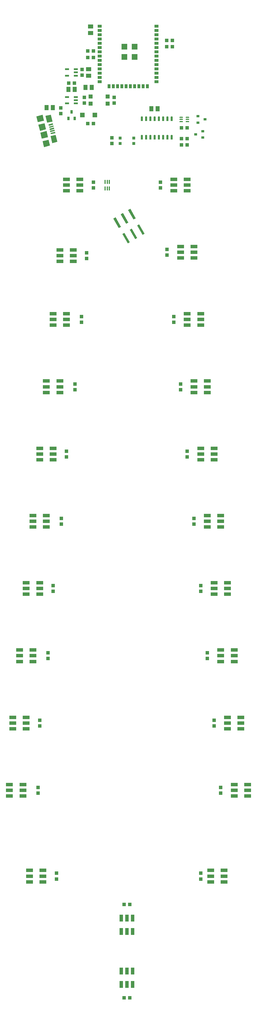
<source format=gbr>
G04 EAGLE Gerber RS-274X export*
G75*
%MOMM*%
%FSLAX34Y34*%
%LPD*%
%INSolderpaste Top*%
%IPPOS*%
%AMOC8*
5,1,8,0,0,1.08239X$1,22.5*%
G01*
%ADD10R,1.000000X1.100000*%
%ADD11R,2.000000X1.100000*%
%ADD12R,1.100000X2.000000*%
%ADD13R,1.100000X1.000000*%
%ADD14R,1.500000X1.240000*%
%ADD15R,1.075000X1.000000*%
%ADD16R,1.240000X1.500000*%
%ADD17R,1.200000X0.550000*%
%ADD18R,1.400000X1.400000*%
%ADD19R,1.200000X1.200000*%
%ADD20R,1.000000X1.075000*%
%ADD21R,0.900000X0.900000*%
%ADD22R,0.900000X0.800000*%
%ADD23R,1.200000X0.900000*%
%ADD24R,0.900000X1.200000*%
%ADD25R,1.778000X1.778000*%
%ADD26R,0.635000X1.016000*%
%ADD27R,0.400000X1.350000*%
%ADD28R,2.100000X1.600000*%
%ADD29R,1.900000X1.900000*%
%ADD30R,1.800000X1.900000*%
%ADD31C,0.155000*%
%ADD32C,0.195000*%
%ADD33R,0.736600X3.251200*%
%ADD34R,0.355600X1.168400*%


D10*
X260000Y-2091500D03*
X260000Y-2108500D03*
X-260000Y-2091500D03*
X-260000Y-2108500D03*
X240000Y-1891500D03*
X240000Y-1908500D03*
X-235000Y-1891500D03*
X-235000Y-1908500D03*
X220000Y-1691500D03*
X220000Y-1708500D03*
X-220000Y-1691500D03*
X-220000Y-1708500D03*
X200000Y-1491500D03*
X200000Y-1508500D03*
X-155000Y-1091500D03*
X-155000Y-1108500D03*
X-195000Y-1491500D03*
X-195000Y-1508500D03*
X180000Y-1291500D03*
X180000Y-1308500D03*
X-180000Y-1291500D03*
X-180000Y-1308500D03*
X160000Y-1091500D03*
X160000Y-1108500D03*
X140000Y-891500D03*
X140000Y-908500D03*
X-135000Y-891500D03*
X-135000Y-908500D03*
X120000Y-691500D03*
X120000Y-708500D03*
X-120000Y-701500D03*
X-120000Y-718500D03*
X100000Y-491500D03*
X100000Y-508500D03*
X-100000Y-491500D03*
X-100000Y-508500D03*
D11*
X-180000Y-483000D03*
X-180000Y-500000D03*
X-180000Y-517000D03*
X-140000Y-517000D03*
X-140000Y-500000D03*
X-140000Y-483000D03*
X220000Y-1283000D03*
X220000Y-1300000D03*
X220000Y-1317000D03*
X260000Y-1317000D03*
X260000Y-1300000D03*
X260000Y-1283000D03*
X-280000Y-1483000D03*
X-280000Y-1500000D03*
X-280000Y-1517000D03*
X-240000Y-1517000D03*
X-240000Y-1500000D03*
X-240000Y-1483000D03*
X240000Y-1483000D03*
X240000Y-1500000D03*
X240000Y-1517000D03*
X280000Y-1517000D03*
X280000Y-1500000D03*
X280000Y-1483000D03*
X-300000Y-1683000D03*
X-300000Y-1700000D03*
X-300000Y-1717000D03*
X-260000Y-1717000D03*
X-260000Y-1700000D03*
X-260000Y-1683000D03*
X260000Y-1683000D03*
X260000Y-1700000D03*
X260000Y-1717000D03*
X300000Y-1717000D03*
X300000Y-1700000D03*
X300000Y-1683000D03*
X-320000Y-1883000D03*
X-320000Y-1900000D03*
X-320000Y-1917000D03*
X-280000Y-1917000D03*
X-280000Y-1900000D03*
X-280000Y-1883000D03*
X280000Y-1883000D03*
X280000Y-1900000D03*
X280000Y-1917000D03*
X320000Y-1917000D03*
X320000Y-1900000D03*
X320000Y-1883000D03*
X-340000Y-2083000D03*
X-340000Y-2100000D03*
X-340000Y-2117000D03*
X-300000Y-2117000D03*
X-300000Y-2100000D03*
X-300000Y-2083000D03*
X300000Y-2083000D03*
X300000Y-2100000D03*
X300000Y-2117000D03*
X340000Y-2117000D03*
X340000Y-2100000D03*
X340000Y-2083000D03*
X-350000Y-2283000D03*
X-350000Y-2300000D03*
X-350000Y-2317000D03*
X-310000Y-2317000D03*
X-310000Y-2300000D03*
X-310000Y-2283000D03*
X140000Y-483000D03*
X140000Y-500000D03*
X140000Y-517000D03*
X180000Y-517000D03*
X180000Y-500000D03*
X180000Y-483000D03*
X320000Y-2283000D03*
X320000Y-2300000D03*
X320000Y-2317000D03*
X360000Y-2317000D03*
X360000Y-2300000D03*
X360000Y-2283000D03*
X-290000Y-2538400D03*
X-290000Y-2555400D03*
X-290000Y-2572400D03*
X-250000Y-2572400D03*
X-250000Y-2555400D03*
X-250000Y-2538400D03*
X250000Y-2538400D03*
X250000Y-2555400D03*
X250000Y-2572400D03*
X290000Y-2572400D03*
X290000Y-2555400D03*
X290000Y-2538400D03*
D12*
X-17000Y-2720000D03*
X0Y-2720000D03*
X17000Y-2720000D03*
X17000Y-2680000D03*
X0Y-2680000D03*
X-17000Y-2680000D03*
X-17000Y-2877700D03*
X0Y-2877700D03*
X17000Y-2877700D03*
X17000Y-2837700D03*
X0Y-2837700D03*
X-17000Y-2837700D03*
D11*
X-200000Y-693000D03*
X-200000Y-710000D03*
X-200000Y-727000D03*
X-160000Y-727000D03*
X-160000Y-710000D03*
X-160000Y-693000D03*
X160000Y-683000D03*
X160000Y-700000D03*
X160000Y-717000D03*
X200000Y-717000D03*
X200000Y-700000D03*
X200000Y-683000D03*
X-220000Y-883000D03*
X-220000Y-900000D03*
X-220000Y-917000D03*
X-180000Y-917000D03*
X-180000Y-900000D03*
X-180000Y-883000D03*
X180000Y-883000D03*
X180000Y-900000D03*
X180000Y-917000D03*
X220000Y-917000D03*
X220000Y-900000D03*
X220000Y-883000D03*
X-240000Y-1083000D03*
X-240000Y-1100000D03*
X-240000Y-1117000D03*
X-200000Y-1117000D03*
X-200000Y-1100000D03*
X-200000Y-1083000D03*
X200000Y-1083000D03*
X200000Y-1100000D03*
X200000Y-1117000D03*
X240000Y-1117000D03*
X240000Y-1100000D03*
X240000Y-1083000D03*
X-260000Y-1283000D03*
X-260000Y-1300000D03*
X-260000Y-1317000D03*
X-220000Y-1317000D03*
X-220000Y-1300000D03*
X-220000Y-1283000D03*
D10*
X-265000Y-2291500D03*
X-265000Y-2308500D03*
X280000Y-2291500D03*
X280000Y-2308500D03*
X-210000Y-2546900D03*
X-210000Y-2563900D03*
X220000Y-2546900D03*
X220000Y-2563900D03*
D13*
X-8500Y-2640000D03*
X8500Y-2640000D03*
X-8500Y-2917700D03*
X8500Y-2917700D03*
D14*
X-114300Y-174600D03*
X-114300Y-155600D03*
D15*
X-173600Y-196850D03*
X-156600Y-196850D03*
D16*
X-104800Y-209550D03*
X-123800Y-209550D03*
D17*
X-152099Y-174600D03*
X-152099Y-165100D03*
X-152099Y-155600D03*
X-178101Y-155600D03*
X-178101Y-174600D03*
D18*
X-132800Y-292100D03*
X-95800Y-292100D03*
D17*
X-152099Y-257150D03*
X-152099Y-247650D03*
X-152099Y-238150D03*
X-178101Y-238150D03*
X-178101Y-257150D03*
D19*
X-107950Y-237150D03*
X-107950Y-258150D03*
D20*
X-127000Y-239150D03*
X-127000Y-256150D03*
D16*
X-174600Y-215900D03*
X-155600Y-215900D03*
D21*
X-20500Y-376300D03*
X-20500Y-360300D03*
X20500Y-360300D03*
X20500Y-376300D03*
D19*
X-57150Y-237150D03*
X-57150Y-258150D03*
D20*
X-38100Y-239150D03*
X-38100Y-256150D03*
D16*
X92050Y-273050D03*
X73050Y-273050D03*
D22*
X204900Y-349250D03*
X225900Y-339750D03*
X225900Y-358750D03*
X233250Y-304800D03*
X212250Y-314300D03*
X212250Y-295300D03*
D20*
X-133350Y-156600D03*
X-133350Y-173600D03*
D14*
X-107950Y-47600D03*
X-107950Y-28600D03*
D23*
X-81380Y-27570D03*
X-81380Y-40270D03*
X-81380Y-52970D03*
X-81380Y-65670D03*
X-81380Y-78370D03*
X-81380Y-91070D03*
X-81380Y-103770D03*
X-81380Y-116470D03*
X-81380Y-129170D03*
X-81380Y-141870D03*
X-81380Y-154570D03*
X-81380Y-167270D03*
X-81380Y-179970D03*
X-81380Y-192670D03*
D24*
X-53380Y-206570D03*
X-40680Y-206570D03*
X-27980Y-206570D03*
X-15280Y-206570D03*
X-2580Y-206570D03*
X10120Y-206570D03*
X22820Y-206570D03*
X35520Y-206570D03*
X48220Y-206570D03*
X60920Y-206570D03*
D23*
X88620Y-192670D03*
X88620Y-179970D03*
X88620Y-167270D03*
X88620Y-154570D03*
X88620Y-141870D03*
X88620Y-129170D03*
X88620Y-116470D03*
X88620Y-103770D03*
X88620Y-91070D03*
X88620Y-78370D03*
X88620Y-65670D03*
X88620Y-52970D03*
X88620Y-40270D03*
X88620Y-27570D03*
D25*
X-7810Y-89000D03*
X22670Y-89000D03*
X22670Y-119480D03*
X-7810Y-119480D03*
D26*
X-165100Y-282100D03*
X-155600Y-302100D03*
X-174600Y-302100D03*
D15*
X-99450Y-317500D03*
X-116450Y-317500D03*
X-99450Y-101600D03*
X-116450Y-101600D03*
X-116450Y-120650D03*
X-99450Y-120650D03*
D20*
X-44450Y-359800D03*
X-44450Y-376800D03*
X-196850Y-287900D03*
X-196850Y-270900D03*
D27*
G36*
X-229585Y-336313D02*
X-230553Y-332433D01*
X-217455Y-329167D01*
X-216487Y-333047D01*
X-229585Y-336313D01*
G37*
G36*
X-231157Y-330006D02*
X-232125Y-326126D01*
X-219027Y-322860D01*
X-218059Y-326740D01*
X-231157Y-330006D01*
G37*
G36*
X-228013Y-342620D02*
X-228981Y-338740D01*
X-215883Y-335474D01*
X-214915Y-339354D01*
X-228013Y-342620D01*
G37*
G36*
X-232730Y-323699D02*
X-233698Y-319819D01*
X-220600Y-316553D01*
X-219632Y-320433D01*
X-232730Y-323699D01*
G37*
G36*
X-226440Y-348927D02*
X-227408Y-345047D01*
X-214310Y-341781D01*
X-213342Y-345661D01*
X-226440Y-348927D01*
G37*
D28*
G36*
X-237454Y-315086D02*
X-242534Y-294711D01*
X-227010Y-290840D01*
X-221930Y-311215D01*
X-237454Y-315086D01*
G37*
G36*
X-222455Y-375245D02*
X-227535Y-354870D01*
X-212011Y-350999D01*
X-206931Y-371374D01*
X-222455Y-375245D01*
G37*
D29*
G36*
X-259297Y-339084D02*
X-263894Y-320649D01*
X-245459Y-316052D01*
X-240862Y-334487D01*
X-259297Y-339084D01*
G37*
G36*
X-253491Y-362371D02*
X-258088Y-343936D01*
X-239653Y-339339D01*
X-235056Y-357774D01*
X-253491Y-362371D01*
G37*
D30*
G36*
X-265708Y-313370D02*
X-270063Y-295906D01*
X-251628Y-291310D01*
X-247273Y-308774D01*
X-265708Y-313370D01*
G37*
G36*
X-247322Y-387113D02*
X-251677Y-369649D01*
X-233242Y-365053D01*
X-228887Y-382517D01*
X-247322Y-387113D01*
G37*
D15*
X179950Y-330200D03*
X162950Y-330200D03*
X162950Y-361950D03*
X179950Y-361950D03*
X162950Y-381000D03*
X179950Y-381000D03*
D31*
X131025Y-308475D02*
X131025Y-296925D01*
X135675Y-296925D01*
X135675Y-308475D01*
X131025Y-308475D01*
X131025Y-307003D02*
X135675Y-307003D01*
X135675Y-305531D02*
X131025Y-305531D01*
X131025Y-304059D02*
X135675Y-304059D01*
X135675Y-302587D02*
X131025Y-302587D01*
X131025Y-301115D02*
X135675Y-301115D01*
X135675Y-299643D02*
X131025Y-299643D01*
X131025Y-298171D02*
X135675Y-298171D01*
X118325Y-296925D02*
X118325Y-308475D01*
X118325Y-296925D02*
X122975Y-296925D01*
X122975Y-308475D01*
X118325Y-308475D01*
X118325Y-307003D02*
X122975Y-307003D01*
X122975Y-305531D02*
X118325Y-305531D01*
X118325Y-304059D02*
X122975Y-304059D01*
X122975Y-302587D02*
X118325Y-302587D01*
X118325Y-301115D02*
X122975Y-301115D01*
X122975Y-299643D02*
X118325Y-299643D01*
X118325Y-298171D02*
X122975Y-298171D01*
X105625Y-296925D02*
X105625Y-308475D01*
X105625Y-296925D02*
X110275Y-296925D01*
X110275Y-308475D01*
X105625Y-308475D01*
X105625Y-307003D02*
X110275Y-307003D01*
X110275Y-305531D02*
X105625Y-305531D01*
X105625Y-304059D02*
X110275Y-304059D01*
X110275Y-302587D02*
X105625Y-302587D01*
X105625Y-301115D02*
X110275Y-301115D01*
X110275Y-299643D02*
X105625Y-299643D01*
X105625Y-298171D02*
X110275Y-298171D01*
X92925Y-296925D02*
X92925Y-308475D01*
X92925Y-296925D02*
X97575Y-296925D01*
X97575Y-308475D01*
X92925Y-308475D01*
X92925Y-307003D02*
X97575Y-307003D01*
X97575Y-305531D02*
X92925Y-305531D01*
X92925Y-304059D02*
X97575Y-304059D01*
X97575Y-302587D02*
X92925Y-302587D01*
X92925Y-301115D02*
X97575Y-301115D01*
X97575Y-299643D02*
X92925Y-299643D01*
X92925Y-298171D02*
X97575Y-298171D01*
X80225Y-296925D02*
X80225Y-308475D01*
X80225Y-296925D02*
X84875Y-296925D01*
X84875Y-308475D01*
X80225Y-308475D01*
X80225Y-307003D02*
X84875Y-307003D01*
X84875Y-305531D02*
X80225Y-305531D01*
X80225Y-304059D02*
X84875Y-304059D01*
X84875Y-302587D02*
X80225Y-302587D01*
X80225Y-301115D02*
X84875Y-301115D01*
X84875Y-299643D02*
X80225Y-299643D01*
X80225Y-298171D02*
X84875Y-298171D01*
X67525Y-296925D02*
X67525Y-308475D01*
X67525Y-296925D02*
X72175Y-296925D01*
X72175Y-308475D01*
X67525Y-308475D01*
X67525Y-307003D02*
X72175Y-307003D01*
X72175Y-305531D02*
X67525Y-305531D01*
X67525Y-304059D02*
X72175Y-304059D01*
X72175Y-302587D02*
X67525Y-302587D01*
X67525Y-301115D02*
X72175Y-301115D01*
X72175Y-299643D02*
X67525Y-299643D01*
X67525Y-298171D02*
X72175Y-298171D01*
X54825Y-296925D02*
X54825Y-308475D01*
X54825Y-296925D02*
X59475Y-296925D01*
X59475Y-308475D01*
X54825Y-308475D01*
X54825Y-307003D02*
X59475Y-307003D01*
X59475Y-305531D02*
X54825Y-305531D01*
X54825Y-304059D02*
X59475Y-304059D01*
X59475Y-302587D02*
X54825Y-302587D01*
X54825Y-301115D02*
X59475Y-301115D01*
X59475Y-299643D02*
X54825Y-299643D01*
X54825Y-298171D02*
X59475Y-298171D01*
X42125Y-296925D02*
X42125Y-308475D01*
X42125Y-296925D02*
X46775Y-296925D01*
X46775Y-308475D01*
X42125Y-308475D01*
X42125Y-307003D02*
X46775Y-307003D01*
X46775Y-305531D02*
X42125Y-305531D01*
X42125Y-304059D02*
X46775Y-304059D01*
X46775Y-302587D02*
X42125Y-302587D01*
X42125Y-301115D02*
X46775Y-301115D01*
X46775Y-299643D02*
X42125Y-299643D01*
X42125Y-298171D02*
X46775Y-298171D01*
X42125Y-351925D02*
X42125Y-363475D01*
X42125Y-351925D02*
X46775Y-351925D01*
X46775Y-363475D01*
X42125Y-363475D01*
X42125Y-362003D02*
X46775Y-362003D01*
X46775Y-360531D02*
X42125Y-360531D01*
X42125Y-359059D02*
X46775Y-359059D01*
X46775Y-357587D02*
X42125Y-357587D01*
X42125Y-356115D02*
X46775Y-356115D01*
X46775Y-354643D02*
X42125Y-354643D01*
X42125Y-353171D02*
X46775Y-353171D01*
X54825Y-351925D02*
X54825Y-363475D01*
X54825Y-351925D02*
X59475Y-351925D01*
X59475Y-363475D01*
X54825Y-363475D01*
X54825Y-362003D02*
X59475Y-362003D01*
X59475Y-360531D02*
X54825Y-360531D01*
X54825Y-359059D02*
X59475Y-359059D01*
X59475Y-357587D02*
X54825Y-357587D01*
X54825Y-356115D02*
X59475Y-356115D01*
X59475Y-354643D02*
X54825Y-354643D01*
X54825Y-353171D02*
X59475Y-353171D01*
X67525Y-351925D02*
X67525Y-363475D01*
X67525Y-351925D02*
X72175Y-351925D01*
X72175Y-363475D01*
X67525Y-363475D01*
X67525Y-362003D02*
X72175Y-362003D01*
X72175Y-360531D02*
X67525Y-360531D01*
X67525Y-359059D02*
X72175Y-359059D01*
X72175Y-357587D02*
X67525Y-357587D01*
X67525Y-356115D02*
X72175Y-356115D01*
X72175Y-354643D02*
X67525Y-354643D01*
X67525Y-353171D02*
X72175Y-353171D01*
X80225Y-351925D02*
X80225Y-363475D01*
X80225Y-351925D02*
X84875Y-351925D01*
X84875Y-363475D01*
X80225Y-363475D01*
X80225Y-362003D02*
X84875Y-362003D01*
X84875Y-360531D02*
X80225Y-360531D01*
X80225Y-359059D02*
X84875Y-359059D01*
X84875Y-357587D02*
X80225Y-357587D01*
X80225Y-356115D02*
X84875Y-356115D01*
X84875Y-354643D02*
X80225Y-354643D01*
X80225Y-353171D02*
X84875Y-353171D01*
X92925Y-351925D02*
X92925Y-363475D01*
X92925Y-351925D02*
X97575Y-351925D01*
X97575Y-363475D01*
X92925Y-363475D01*
X92925Y-362003D02*
X97575Y-362003D01*
X97575Y-360531D02*
X92925Y-360531D01*
X92925Y-359059D02*
X97575Y-359059D01*
X97575Y-357587D02*
X92925Y-357587D01*
X92925Y-356115D02*
X97575Y-356115D01*
X97575Y-354643D02*
X92925Y-354643D01*
X92925Y-353171D02*
X97575Y-353171D01*
X105625Y-351925D02*
X105625Y-363475D01*
X105625Y-351925D02*
X110275Y-351925D01*
X110275Y-363475D01*
X105625Y-363475D01*
X105625Y-362003D02*
X110275Y-362003D01*
X110275Y-360531D02*
X105625Y-360531D01*
X105625Y-359059D02*
X110275Y-359059D01*
X110275Y-357587D02*
X105625Y-357587D01*
X105625Y-356115D02*
X110275Y-356115D01*
X110275Y-354643D02*
X105625Y-354643D01*
X105625Y-353171D02*
X110275Y-353171D01*
X118325Y-351925D02*
X118325Y-363475D01*
X118325Y-351925D02*
X122975Y-351925D01*
X122975Y-363475D01*
X118325Y-363475D01*
X118325Y-362003D02*
X122975Y-362003D01*
X122975Y-360531D02*
X118325Y-360531D01*
X118325Y-359059D02*
X122975Y-359059D01*
X122975Y-357587D02*
X118325Y-357587D01*
X118325Y-356115D02*
X122975Y-356115D01*
X122975Y-354643D02*
X118325Y-354643D01*
X118325Y-353171D02*
X122975Y-353171D01*
X131025Y-351925D02*
X131025Y-363475D01*
X131025Y-351925D02*
X135675Y-351925D01*
X135675Y-363475D01*
X131025Y-363475D01*
X131025Y-362003D02*
X135675Y-362003D01*
X135675Y-360531D02*
X131025Y-360531D01*
X131025Y-359059D02*
X135675Y-359059D01*
X135675Y-357587D02*
X131025Y-357587D01*
X131025Y-356115D02*
X135675Y-356115D01*
X135675Y-354643D02*
X131025Y-354643D01*
X131025Y-353171D02*
X135675Y-353171D01*
D15*
X118500Y-88900D03*
X135500Y-88900D03*
X118500Y-69850D03*
X135500Y-69850D03*
D32*
X176475Y-310325D02*
X185125Y-310325D01*
X185125Y-312275D01*
X176475Y-312275D01*
X176475Y-310325D01*
X176475Y-310423D02*
X185125Y-310423D01*
X185125Y-303825D02*
X176475Y-303825D01*
X185125Y-303825D02*
X185125Y-305775D01*
X176475Y-305775D01*
X176475Y-303825D01*
X176475Y-303923D02*
X185125Y-303923D01*
X185125Y-297325D02*
X176475Y-297325D01*
X185125Y-297325D02*
X185125Y-299275D01*
X176475Y-299275D01*
X176475Y-297325D01*
X176475Y-297423D02*
X185125Y-297423D01*
X166425Y-297325D02*
X157775Y-297325D01*
X166425Y-297325D02*
X166425Y-299275D01*
X157775Y-299275D01*
X157775Y-297325D01*
X157775Y-297423D02*
X166425Y-297423D01*
X166425Y-303825D02*
X157775Y-303825D01*
X166425Y-303825D02*
X166425Y-305775D01*
X157775Y-305775D01*
X157775Y-303825D01*
X157775Y-303923D02*
X166425Y-303923D01*
X166425Y-310325D02*
X157775Y-310325D01*
X166425Y-310325D02*
X166425Y-312275D01*
X157775Y-312275D01*
X157775Y-310325D01*
X157775Y-310423D02*
X166425Y-310423D01*
D33*
G36*
X-40299Y-599667D02*
X-33920Y-595984D01*
X-17665Y-624139D01*
X-24044Y-627822D01*
X-40299Y-599667D01*
G37*
G36*
X-13629Y-645861D02*
X-7250Y-642178D01*
X9005Y-670333D01*
X2626Y-674016D01*
X-13629Y-645861D01*
G37*
G36*
X-18302Y-586967D02*
X-11923Y-583284D01*
X4332Y-611439D01*
X-2047Y-615122D01*
X-18302Y-586967D01*
G37*
G36*
X8368Y-633161D02*
X14747Y-629478D01*
X31002Y-657633D01*
X24623Y-661316D01*
X8368Y-633161D01*
G37*
G36*
X3695Y-574267D02*
X10074Y-570584D01*
X26329Y-598739D01*
X19950Y-602422D01*
X3695Y-574267D01*
G37*
G36*
X30365Y-620461D02*
X36744Y-616778D01*
X52999Y-644933D01*
X46620Y-648616D01*
X30365Y-620461D01*
G37*
D16*
X-220500Y-270000D03*
X-239500Y-270000D03*
D34*
X-51920Y-490601D03*
X-58420Y-490601D03*
X-64920Y-490601D03*
X-64920Y-510159D03*
X-58420Y-510159D03*
X-51920Y-510159D03*
M02*

</source>
